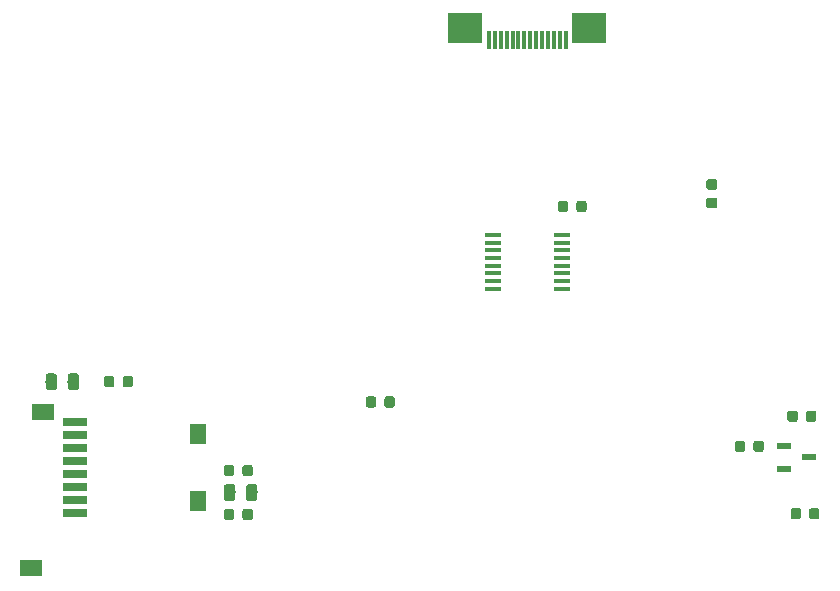
<source format=gbr>
G04 #@! TF.GenerationSoftware,KiCad,Pcbnew,(5.0.2)-1*
G04 #@! TF.CreationDate,2019-10-04T12:45:50+03:00*
G04 #@! TF.ProjectId,UI-Micro-SD,55492d4d-6963-4726-9f2d-53442e6b6963,rev?*
G04 #@! TF.SameCoordinates,Original*
G04 #@! TF.FileFunction,Paste,Top*
G04 #@! TF.FilePolarity,Positive*
%FSLAX46Y46*%
G04 Gerber Fmt 4.6, Leading zero omitted, Abs format (unit mm)*
G04 Created by KiCad (PCBNEW (5.0.2)-1) date 04.10.2019 12:45:50*
%MOMM*%
%LPD*%
G01*
G04 APERTURE LIST*
%ADD10C,0.100000*%
%ADD11C,0.875000*%
%ADD12C,0.975000*%
%ADD13R,1.475000X0.450000*%
%ADD14R,1.300000X0.600000*%
%ADD15R,3.000000X2.500000*%
%ADD16R,0.300000X1.600000*%
%ADD17R,1.400000X1.800000*%
%ADD18R,1.900000X1.450000*%
%ADD19R,2.000000X0.800000*%
G04 APERTURE END LIST*
D10*
G04 #@! TO.C,C1*
G36*
X142342831Y-138966973D02*
X142364066Y-138970123D01*
X142384890Y-138975339D01*
X142405102Y-138982571D01*
X142424508Y-138991750D01*
X142442921Y-139002786D01*
X142460164Y-139015574D01*
X142476070Y-139029990D01*
X142490486Y-139045896D01*
X142503274Y-139063139D01*
X142514310Y-139081552D01*
X142523489Y-139100958D01*
X142530721Y-139121170D01*
X142535937Y-139141994D01*
X142539087Y-139163229D01*
X142540140Y-139184670D01*
X142540140Y-139697170D01*
X142539087Y-139718611D01*
X142535937Y-139739846D01*
X142530721Y-139760670D01*
X142523489Y-139780882D01*
X142514310Y-139800288D01*
X142503274Y-139818701D01*
X142490486Y-139835944D01*
X142476070Y-139851850D01*
X142460164Y-139866266D01*
X142442921Y-139879054D01*
X142424508Y-139890090D01*
X142405102Y-139899269D01*
X142384890Y-139906501D01*
X142364066Y-139911717D01*
X142342831Y-139914867D01*
X142321390Y-139915920D01*
X141883890Y-139915920D01*
X141862449Y-139914867D01*
X141841214Y-139911717D01*
X141820390Y-139906501D01*
X141800178Y-139899269D01*
X141780772Y-139890090D01*
X141762359Y-139879054D01*
X141745116Y-139866266D01*
X141729210Y-139851850D01*
X141714794Y-139835944D01*
X141702006Y-139818701D01*
X141690970Y-139800288D01*
X141681791Y-139780882D01*
X141674559Y-139760670D01*
X141669343Y-139739846D01*
X141666193Y-139718611D01*
X141665140Y-139697170D01*
X141665140Y-139184670D01*
X141666193Y-139163229D01*
X141669343Y-139141994D01*
X141674559Y-139121170D01*
X141681791Y-139100958D01*
X141690970Y-139081552D01*
X141702006Y-139063139D01*
X141714794Y-139045896D01*
X141729210Y-139029990D01*
X141745116Y-139015574D01*
X141762359Y-139002786D01*
X141780772Y-138991750D01*
X141800178Y-138982571D01*
X141820390Y-138975339D01*
X141841214Y-138970123D01*
X141862449Y-138966973D01*
X141883890Y-138965920D01*
X142321390Y-138965920D01*
X142342831Y-138966973D01*
X142342831Y-138966973D01*
G37*
D11*
X142102640Y-139440920D03*
D10*
G36*
X143917831Y-138966973D02*
X143939066Y-138970123D01*
X143959890Y-138975339D01*
X143980102Y-138982571D01*
X143999508Y-138991750D01*
X144017921Y-139002786D01*
X144035164Y-139015574D01*
X144051070Y-139029990D01*
X144065486Y-139045896D01*
X144078274Y-139063139D01*
X144089310Y-139081552D01*
X144098489Y-139100958D01*
X144105721Y-139121170D01*
X144110937Y-139141994D01*
X144114087Y-139163229D01*
X144115140Y-139184670D01*
X144115140Y-139697170D01*
X144114087Y-139718611D01*
X144110937Y-139739846D01*
X144105721Y-139760670D01*
X144098489Y-139780882D01*
X144089310Y-139800288D01*
X144078274Y-139818701D01*
X144065486Y-139835944D01*
X144051070Y-139851850D01*
X144035164Y-139866266D01*
X144017921Y-139879054D01*
X143999508Y-139890090D01*
X143980102Y-139899269D01*
X143959890Y-139906501D01*
X143939066Y-139911717D01*
X143917831Y-139914867D01*
X143896390Y-139915920D01*
X143458890Y-139915920D01*
X143437449Y-139914867D01*
X143416214Y-139911717D01*
X143395390Y-139906501D01*
X143375178Y-139899269D01*
X143355772Y-139890090D01*
X143337359Y-139879054D01*
X143320116Y-139866266D01*
X143304210Y-139851850D01*
X143289794Y-139835944D01*
X143277006Y-139818701D01*
X143265970Y-139800288D01*
X143256791Y-139780882D01*
X143249559Y-139760670D01*
X143244343Y-139739846D01*
X143241193Y-139718611D01*
X143240140Y-139697170D01*
X143240140Y-139184670D01*
X143241193Y-139163229D01*
X143244343Y-139141994D01*
X143249559Y-139121170D01*
X143256791Y-139100958D01*
X143265970Y-139081552D01*
X143277006Y-139063139D01*
X143289794Y-139045896D01*
X143304210Y-139029990D01*
X143320116Y-139015574D01*
X143337359Y-139002786D01*
X143355772Y-138991750D01*
X143375178Y-138982571D01*
X143395390Y-138975339D01*
X143416214Y-138970123D01*
X143437449Y-138966973D01*
X143458890Y-138965920D01*
X143896390Y-138965920D01*
X143917831Y-138966973D01*
X143917831Y-138966973D01*
G37*
D11*
X143677640Y-139440920D03*
G04 #@! TD*
D10*
G04 #@! TO.C,C2*
G36*
X94437902Y-136948854D02*
X94461563Y-136952364D01*
X94484767Y-136958176D01*
X94507289Y-136966234D01*
X94528913Y-136976462D01*
X94549430Y-136988759D01*
X94568643Y-137003009D01*
X94586367Y-137019073D01*
X94602431Y-137036797D01*
X94616681Y-137056010D01*
X94628978Y-137076527D01*
X94639206Y-137098151D01*
X94647264Y-137120673D01*
X94653076Y-137143877D01*
X94656586Y-137167538D01*
X94657760Y-137191430D01*
X94657760Y-138103930D01*
X94656586Y-138127822D01*
X94653076Y-138151483D01*
X94647264Y-138174687D01*
X94639206Y-138197209D01*
X94628978Y-138218833D01*
X94616681Y-138239350D01*
X94602431Y-138258563D01*
X94586367Y-138276287D01*
X94568643Y-138292351D01*
X94549430Y-138306601D01*
X94528913Y-138318898D01*
X94507289Y-138329126D01*
X94484767Y-138337184D01*
X94461563Y-138342996D01*
X94437902Y-138346506D01*
X94414010Y-138347680D01*
X93926510Y-138347680D01*
X93902618Y-138346506D01*
X93878957Y-138342996D01*
X93855753Y-138337184D01*
X93833231Y-138329126D01*
X93811607Y-138318898D01*
X93791090Y-138306601D01*
X93771877Y-138292351D01*
X93754153Y-138276287D01*
X93738089Y-138258563D01*
X93723839Y-138239350D01*
X93711542Y-138218833D01*
X93701314Y-138197209D01*
X93693256Y-138174687D01*
X93687444Y-138151483D01*
X93683934Y-138127822D01*
X93682760Y-138103930D01*
X93682760Y-137191430D01*
X93683934Y-137167538D01*
X93687444Y-137143877D01*
X93693256Y-137120673D01*
X93701314Y-137098151D01*
X93711542Y-137076527D01*
X93723839Y-137056010D01*
X93738089Y-137036797D01*
X93754153Y-137019073D01*
X93771877Y-137003009D01*
X93791090Y-136988759D01*
X93811607Y-136976462D01*
X93833231Y-136966234D01*
X93855753Y-136958176D01*
X93878957Y-136952364D01*
X93902618Y-136948854D01*
X93926510Y-136947680D01*
X94414010Y-136947680D01*
X94437902Y-136948854D01*
X94437902Y-136948854D01*
G37*
D12*
X94170260Y-137647680D03*
D10*
G36*
X96312902Y-136948854D02*
X96336563Y-136952364D01*
X96359767Y-136958176D01*
X96382289Y-136966234D01*
X96403913Y-136976462D01*
X96424430Y-136988759D01*
X96443643Y-137003009D01*
X96461367Y-137019073D01*
X96477431Y-137036797D01*
X96491681Y-137056010D01*
X96503978Y-137076527D01*
X96514206Y-137098151D01*
X96522264Y-137120673D01*
X96528076Y-137143877D01*
X96531586Y-137167538D01*
X96532760Y-137191430D01*
X96532760Y-138103930D01*
X96531586Y-138127822D01*
X96528076Y-138151483D01*
X96522264Y-138174687D01*
X96514206Y-138197209D01*
X96503978Y-138218833D01*
X96491681Y-138239350D01*
X96477431Y-138258563D01*
X96461367Y-138276287D01*
X96443643Y-138292351D01*
X96424430Y-138306601D01*
X96403913Y-138318898D01*
X96382289Y-138329126D01*
X96359767Y-138337184D01*
X96336563Y-138342996D01*
X96312902Y-138346506D01*
X96289010Y-138347680D01*
X95801510Y-138347680D01*
X95777618Y-138346506D01*
X95753957Y-138342996D01*
X95730753Y-138337184D01*
X95708231Y-138329126D01*
X95686607Y-138318898D01*
X95666090Y-138306601D01*
X95646877Y-138292351D01*
X95629153Y-138276287D01*
X95613089Y-138258563D01*
X95598839Y-138239350D01*
X95586542Y-138218833D01*
X95576314Y-138197209D01*
X95568256Y-138174687D01*
X95562444Y-138151483D01*
X95558934Y-138127822D01*
X95557760Y-138103930D01*
X95557760Y-137191430D01*
X95558934Y-137167538D01*
X95562444Y-137143877D01*
X95568256Y-137120673D01*
X95576314Y-137098151D01*
X95586542Y-137076527D01*
X95598839Y-137056010D01*
X95613089Y-137036797D01*
X95629153Y-137019073D01*
X95646877Y-137003009D01*
X95666090Y-136988759D01*
X95686607Y-136976462D01*
X95708231Y-136966234D01*
X95730753Y-136958176D01*
X95753957Y-136952364D01*
X95777618Y-136948854D01*
X95801510Y-136947680D01*
X96289010Y-136947680D01*
X96312902Y-136948854D01*
X96312902Y-136948854D01*
G37*
D12*
X96045260Y-137647680D03*
G04 #@! TD*
D10*
G04 #@! TO.C,C3*
G36*
X124207531Y-112942133D02*
X124228766Y-112945283D01*
X124249590Y-112950499D01*
X124269802Y-112957731D01*
X124289208Y-112966910D01*
X124307621Y-112977946D01*
X124324864Y-112990734D01*
X124340770Y-113005150D01*
X124355186Y-113021056D01*
X124367974Y-113038299D01*
X124379010Y-113056712D01*
X124388189Y-113076118D01*
X124395421Y-113096330D01*
X124400637Y-113117154D01*
X124403787Y-113138389D01*
X124404840Y-113159830D01*
X124404840Y-113672330D01*
X124403787Y-113693771D01*
X124400637Y-113715006D01*
X124395421Y-113735830D01*
X124388189Y-113756042D01*
X124379010Y-113775448D01*
X124367974Y-113793861D01*
X124355186Y-113811104D01*
X124340770Y-113827010D01*
X124324864Y-113841426D01*
X124307621Y-113854214D01*
X124289208Y-113865250D01*
X124269802Y-113874429D01*
X124249590Y-113881661D01*
X124228766Y-113886877D01*
X124207531Y-113890027D01*
X124186090Y-113891080D01*
X123748590Y-113891080D01*
X123727149Y-113890027D01*
X123705914Y-113886877D01*
X123685090Y-113881661D01*
X123664878Y-113874429D01*
X123645472Y-113865250D01*
X123627059Y-113854214D01*
X123609816Y-113841426D01*
X123593910Y-113827010D01*
X123579494Y-113811104D01*
X123566706Y-113793861D01*
X123555670Y-113775448D01*
X123546491Y-113756042D01*
X123539259Y-113735830D01*
X123534043Y-113715006D01*
X123530893Y-113693771D01*
X123529840Y-113672330D01*
X123529840Y-113159830D01*
X123530893Y-113138389D01*
X123534043Y-113117154D01*
X123539259Y-113096330D01*
X123546491Y-113076118D01*
X123555670Y-113056712D01*
X123566706Y-113038299D01*
X123579494Y-113021056D01*
X123593910Y-113005150D01*
X123609816Y-112990734D01*
X123627059Y-112977946D01*
X123645472Y-112966910D01*
X123664878Y-112957731D01*
X123685090Y-112950499D01*
X123705914Y-112945283D01*
X123727149Y-112942133D01*
X123748590Y-112941080D01*
X124186090Y-112941080D01*
X124207531Y-112942133D01*
X124207531Y-112942133D01*
G37*
D11*
X123967340Y-113416080D03*
D10*
G36*
X122632531Y-112942133D02*
X122653766Y-112945283D01*
X122674590Y-112950499D01*
X122694802Y-112957731D01*
X122714208Y-112966910D01*
X122732621Y-112977946D01*
X122749864Y-112990734D01*
X122765770Y-113005150D01*
X122780186Y-113021056D01*
X122792974Y-113038299D01*
X122804010Y-113056712D01*
X122813189Y-113076118D01*
X122820421Y-113096330D01*
X122825637Y-113117154D01*
X122828787Y-113138389D01*
X122829840Y-113159830D01*
X122829840Y-113672330D01*
X122828787Y-113693771D01*
X122825637Y-113715006D01*
X122820421Y-113735830D01*
X122813189Y-113756042D01*
X122804010Y-113775448D01*
X122792974Y-113793861D01*
X122780186Y-113811104D01*
X122765770Y-113827010D01*
X122749864Y-113841426D01*
X122732621Y-113854214D01*
X122714208Y-113865250D01*
X122694802Y-113874429D01*
X122674590Y-113881661D01*
X122653766Y-113886877D01*
X122632531Y-113890027D01*
X122611090Y-113891080D01*
X122173590Y-113891080D01*
X122152149Y-113890027D01*
X122130914Y-113886877D01*
X122110090Y-113881661D01*
X122089878Y-113874429D01*
X122070472Y-113865250D01*
X122052059Y-113854214D01*
X122034816Y-113841426D01*
X122018910Y-113827010D01*
X122004494Y-113811104D01*
X121991706Y-113793861D01*
X121980670Y-113775448D01*
X121971491Y-113756042D01*
X121964259Y-113735830D01*
X121959043Y-113715006D01*
X121955893Y-113693771D01*
X121954840Y-113672330D01*
X121954840Y-113159830D01*
X121955893Y-113138389D01*
X121959043Y-113117154D01*
X121964259Y-113096330D01*
X121971491Y-113076118D01*
X121980670Y-113056712D01*
X121991706Y-113038299D01*
X122004494Y-113021056D01*
X122018910Y-113005150D01*
X122034816Y-112990734D01*
X122052059Y-112977946D01*
X122070472Y-112966910D01*
X122089878Y-112957731D01*
X122110090Y-112950499D01*
X122130914Y-112945283D01*
X122152149Y-112942133D01*
X122173590Y-112941080D01*
X122611090Y-112941080D01*
X122632531Y-112942133D01*
X122632531Y-112942133D01*
G37*
D11*
X122392340Y-113416080D03*
G04 #@! TD*
D10*
G04 #@! TO.C,DS1*
G36*
X81215142Y-127571174D02*
X81238803Y-127574684D01*
X81262007Y-127580496D01*
X81284529Y-127588554D01*
X81306153Y-127598782D01*
X81326670Y-127611079D01*
X81345883Y-127625329D01*
X81363607Y-127641393D01*
X81379671Y-127659117D01*
X81393921Y-127678330D01*
X81406218Y-127698847D01*
X81416446Y-127720471D01*
X81424504Y-127742993D01*
X81430316Y-127766197D01*
X81433826Y-127789858D01*
X81435000Y-127813750D01*
X81435000Y-128726250D01*
X81433826Y-128750142D01*
X81430316Y-128773803D01*
X81424504Y-128797007D01*
X81416446Y-128819529D01*
X81406218Y-128841153D01*
X81393921Y-128861670D01*
X81379671Y-128880883D01*
X81363607Y-128898607D01*
X81345883Y-128914671D01*
X81326670Y-128928921D01*
X81306153Y-128941218D01*
X81284529Y-128951446D01*
X81262007Y-128959504D01*
X81238803Y-128965316D01*
X81215142Y-128968826D01*
X81191250Y-128970000D01*
X80703750Y-128970000D01*
X80679858Y-128968826D01*
X80656197Y-128965316D01*
X80632993Y-128959504D01*
X80610471Y-128951446D01*
X80588847Y-128941218D01*
X80568330Y-128928921D01*
X80549117Y-128914671D01*
X80531393Y-128898607D01*
X80515329Y-128880883D01*
X80501079Y-128861670D01*
X80488782Y-128841153D01*
X80478554Y-128819529D01*
X80470496Y-128797007D01*
X80464684Y-128773803D01*
X80461174Y-128750142D01*
X80460000Y-128726250D01*
X80460000Y-127813750D01*
X80461174Y-127789858D01*
X80464684Y-127766197D01*
X80470496Y-127742993D01*
X80478554Y-127720471D01*
X80488782Y-127698847D01*
X80501079Y-127678330D01*
X80515329Y-127659117D01*
X80531393Y-127641393D01*
X80549117Y-127625329D01*
X80568330Y-127611079D01*
X80588847Y-127598782D01*
X80610471Y-127588554D01*
X80632993Y-127580496D01*
X80656197Y-127574684D01*
X80679858Y-127571174D01*
X80703750Y-127570000D01*
X81191250Y-127570000D01*
X81215142Y-127571174D01*
X81215142Y-127571174D01*
G37*
D12*
X80947500Y-128270000D03*
D10*
G36*
X79340142Y-127571174D02*
X79363803Y-127574684D01*
X79387007Y-127580496D01*
X79409529Y-127588554D01*
X79431153Y-127598782D01*
X79451670Y-127611079D01*
X79470883Y-127625329D01*
X79488607Y-127641393D01*
X79504671Y-127659117D01*
X79518921Y-127678330D01*
X79531218Y-127698847D01*
X79541446Y-127720471D01*
X79549504Y-127742993D01*
X79555316Y-127766197D01*
X79558826Y-127789858D01*
X79560000Y-127813750D01*
X79560000Y-128726250D01*
X79558826Y-128750142D01*
X79555316Y-128773803D01*
X79549504Y-128797007D01*
X79541446Y-128819529D01*
X79531218Y-128841153D01*
X79518921Y-128861670D01*
X79504671Y-128880883D01*
X79488607Y-128898607D01*
X79470883Y-128914671D01*
X79451670Y-128928921D01*
X79431153Y-128941218D01*
X79409529Y-128951446D01*
X79387007Y-128959504D01*
X79363803Y-128965316D01*
X79340142Y-128968826D01*
X79316250Y-128970000D01*
X78828750Y-128970000D01*
X78804858Y-128968826D01*
X78781197Y-128965316D01*
X78757993Y-128959504D01*
X78735471Y-128951446D01*
X78713847Y-128941218D01*
X78693330Y-128928921D01*
X78674117Y-128914671D01*
X78656393Y-128898607D01*
X78640329Y-128880883D01*
X78626079Y-128861670D01*
X78613782Y-128841153D01*
X78603554Y-128819529D01*
X78595496Y-128797007D01*
X78589684Y-128773803D01*
X78586174Y-128750142D01*
X78585000Y-128726250D01*
X78585000Y-127813750D01*
X78586174Y-127789858D01*
X78589684Y-127766197D01*
X78595496Y-127742993D01*
X78603554Y-127720471D01*
X78613782Y-127698847D01*
X78626079Y-127678330D01*
X78640329Y-127659117D01*
X78656393Y-127641393D01*
X78674117Y-127625329D01*
X78693330Y-127611079D01*
X78713847Y-127598782D01*
X78735471Y-127588554D01*
X78757993Y-127580496D01*
X78781197Y-127574684D01*
X78804858Y-127571174D01*
X78828750Y-127570000D01*
X79316250Y-127570000D01*
X79340142Y-127571174D01*
X79340142Y-127571174D01*
G37*
D12*
X79072500Y-128270000D03*
G04 #@! TD*
D13*
G04 #@! TO.C,IC1*
X116473750Y-115834000D03*
X116473750Y-116484000D03*
X116473750Y-117134000D03*
X116473750Y-117784000D03*
X116473750Y-118434000D03*
X116473750Y-119084000D03*
X116473750Y-119734000D03*
X116473750Y-120384000D03*
X122349750Y-120384000D03*
X122349750Y-119734000D03*
X122349750Y-119084000D03*
X122349750Y-118434000D03*
X122349750Y-117784000D03*
X122349750Y-117134000D03*
X122349750Y-116484000D03*
X122349750Y-115834000D03*
G04 #@! TD*
D14*
G04 #@! TO.C,Q1*
X143226500Y-134683500D03*
X141126500Y-135633500D03*
X141126500Y-133733500D03*
G04 #@! TD*
D10*
G04 #@! TO.C,R1*
G36*
X107961691Y-129510553D02*
X107982926Y-129513703D01*
X108003750Y-129518919D01*
X108023962Y-129526151D01*
X108043368Y-129535330D01*
X108061781Y-129546366D01*
X108079024Y-129559154D01*
X108094930Y-129573570D01*
X108109346Y-129589476D01*
X108122134Y-129606719D01*
X108133170Y-129625132D01*
X108142349Y-129644538D01*
X108149581Y-129664750D01*
X108154797Y-129685574D01*
X108157947Y-129706809D01*
X108159000Y-129728250D01*
X108159000Y-130240750D01*
X108157947Y-130262191D01*
X108154797Y-130283426D01*
X108149581Y-130304250D01*
X108142349Y-130324462D01*
X108133170Y-130343868D01*
X108122134Y-130362281D01*
X108109346Y-130379524D01*
X108094930Y-130395430D01*
X108079024Y-130409846D01*
X108061781Y-130422634D01*
X108043368Y-130433670D01*
X108023962Y-130442849D01*
X108003750Y-130450081D01*
X107982926Y-130455297D01*
X107961691Y-130458447D01*
X107940250Y-130459500D01*
X107502750Y-130459500D01*
X107481309Y-130458447D01*
X107460074Y-130455297D01*
X107439250Y-130450081D01*
X107419038Y-130442849D01*
X107399632Y-130433670D01*
X107381219Y-130422634D01*
X107363976Y-130409846D01*
X107348070Y-130395430D01*
X107333654Y-130379524D01*
X107320866Y-130362281D01*
X107309830Y-130343868D01*
X107300651Y-130324462D01*
X107293419Y-130304250D01*
X107288203Y-130283426D01*
X107285053Y-130262191D01*
X107284000Y-130240750D01*
X107284000Y-129728250D01*
X107285053Y-129706809D01*
X107288203Y-129685574D01*
X107293419Y-129664750D01*
X107300651Y-129644538D01*
X107309830Y-129625132D01*
X107320866Y-129606719D01*
X107333654Y-129589476D01*
X107348070Y-129573570D01*
X107363976Y-129559154D01*
X107381219Y-129546366D01*
X107399632Y-129535330D01*
X107419038Y-129526151D01*
X107439250Y-129518919D01*
X107460074Y-129513703D01*
X107481309Y-129510553D01*
X107502750Y-129509500D01*
X107940250Y-129509500D01*
X107961691Y-129510553D01*
X107961691Y-129510553D01*
G37*
D11*
X107721500Y-129984500D03*
D10*
G36*
X106386691Y-129510553D02*
X106407926Y-129513703D01*
X106428750Y-129518919D01*
X106448962Y-129526151D01*
X106468368Y-129535330D01*
X106486781Y-129546366D01*
X106504024Y-129559154D01*
X106519930Y-129573570D01*
X106534346Y-129589476D01*
X106547134Y-129606719D01*
X106558170Y-129625132D01*
X106567349Y-129644538D01*
X106574581Y-129664750D01*
X106579797Y-129685574D01*
X106582947Y-129706809D01*
X106584000Y-129728250D01*
X106584000Y-130240750D01*
X106582947Y-130262191D01*
X106579797Y-130283426D01*
X106574581Y-130304250D01*
X106567349Y-130324462D01*
X106558170Y-130343868D01*
X106547134Y-130362281D01*
X106534346Y-130379524D01*
X106519930Y-130395430D01*
X106504024Y-130409846D01*
X106486781Y-130422634D01*
X106468368Y-130433670D01*
X106448962Y-130442849D01*
X106428750Y-130450081D01*
X106407926Y-130455297D01*
X106386691Y-130458447D01*
X106365250Y-130459500D01*
X105927750Y-130459500D01*
X105906309Y-130458447D01*
X105885074Y-130455297D01*
X105864250Y-130450081D01*
X105844038Y-130442849D01*
X105824632Y-130433670D01*
X105806219Y-130422634D01*
X105788976Y-130409846D01*
X105773070Y-130395430D01*
X105758654Y-130379524D01*
X105745866Y-130362281D01*
X105734830Y-130343868D01*
X105725651Y-130324462D01*
X105718419Y-130304250D01*
X105713203Y-130283426D01*
X105710053Y-130262191D01*
X105709000Y-130240750D01*
X105709000Y-129728250D01*
X105710053Y-129706809D01*
X105713203Y-129685574D01*
X105718419Y-129664750D01*
X105725651Y-129644538D01*
X105734830Y-129625132D01*
X105745866Y-129606719D01*
X105758654Y-129589476D01*
X105773070Y-129573570D01*
X105788976Y-129559154D01*
X105806219Y-129546366D01*
X105824632Y-129535330D01*
X105844038Y-129526151D01*
X105864250Y-129518919D01*
X105885074Y-129513703D01*
X105906309Y-129510553D01*
X105927750Y-129509500D01*
X106365250Y-129509500D01*
X106386691Y-129510553D01*
X106386691Y-129510553D01*
G37*
D11*
X106146500Y-129984500D03*
G04 #@! TD*
D10*
G04 #@! TO.C,R2*
G36*
X94360451Y-135314453D02*
X94381686Y-135317603D01*
X94402510Y-135322819D01*
X94422722Y-135330051D01*
X94442128Y-135339230D01*
X94460541Y-135350266D01*
X94477784Y-135363054D01*
X94493690Y-135377470D01*
X94508106Y-135393376D01*
X94520894Y-135410619D01*
X94531930Y-135429032D01*
X94541109Y-135448438D01*
X94548341Y-135468650D01*
X94553557Y-135489474D01*
X94556707Y-135510709D01*
X94557760Y-135532150D01*
X94557760Y-136044650D01*
X94556707Y-136066091D01*
X94553557Y-136087326D01*
X94548341Y-136108150D01*
X94541109Y-136128362D01*
X94531930Y-136147768D01*
X94520894Y-136166181D01*
X94508106Y-136183424D01*
X94493690Y-136199330D01*
X94477784Y-136213746D01*
X94460541Y-136226534D01*
X94442128Y-136237570D01*
X94422722Y-136246749D01*
X94402510Y-136253981D01*
X94381686Y-136259197D01*
X94360451Y-136262347D01*
X94339010Y-136263400D01*
X93901510Y-136263400D01*
X93880069Y-136262347D01*
X93858834Y-136259197D01*
X93838010Y-136253981D01*
X93817798Y-136246749D01*
X93798392Y-136237570D01*
X93779979Y-136226534D01*
X93762736Y-136213746D01*
X93746830Y-136199330D01*
X93732414Y-136183424D01*
X93719626Y-136166181D01*
X93708590Y-136147768D01*
X93699411Y-136128362D01*
X93692179Y-136108150D01*
X93686963Y-136087326D01*
X93683813Y-136066091D01*
X93682760Y-136044650D01*
X93682760Y-135532150D01*
X93683813Y-135510709D01*
X93686963Y-135489474D01*
X93692179Y-135468650D01*
X93699411Y-135448438D01*
X93708590Y-135429032D01*
X93719626Y-135410619D01*
X93732414Y-135393376D01*
X93746830Y-135377470D01*
X93762736Y-135363054D01*
X93779979Y-135350266D01*
X93798392Y-135339230D01*
X93817798Y-135330051D01*
X93838010Y-135322819D01*
X93858834Y-135317603D01*
X93880069Y-135314453D01*
X93901510Y-135313400D01*
X94339010Y-135313400D01*
X94360451Y-135314453D01*
X94360451Y-135314453D01*
G37*
D11*
X94120260Y-135788400D03*
D10*
G36*
X95935451Y-135314453D02*
X95956686Y-135317603D01*
X95977510Y-135322819D01*
X95997722Y-135330051D01*
X96017128Y-135339230D01*
X96035541Y-135350266D01*
X96052784Y-135363054D01*
X96068690Y-135377470D01*
X96083106Y-135393376D01*
X96095894Y-135410619D01*
X96106930Y-135429032D01*
X96116109Y-135448438D01*
X96123341Y-135468650D01*
X96128557Y-135489474D01*
X96131707Y-135510709D01*
X96132760Y-135532150D01*
X96132760Y-136044650D01*
X96131707Y-136066091D01*
X96128557Y-136087326D01*
X96123341Y-136108150D01*
X96116109Y-136128362D01*
X96106930Y-136147768D01*
X96095894Y-136166181D01*
X96083106Y-136183424D01*
X96068690Y-136199330D01*
X96052784Y-136213746D01*
X96035541Y-136226534D01*
X96017128Y-136237570D01*
X95997722Y-136246749D01*
X95977510Y-136253981D01*
X95956686Y-136259197D01*
X95935451Y-136262347D01*
X95914010Y-136263400D01*
X95476510Y-136263400D01*
X95455069Y-136262347D01*
X95433834Y-136259197D01*
X95413010Y-136253981D01*
X95392798Y-136246749D01*
X95373392Y-136237570D01*
X95354979Y-136226534D01*
X95337736Y-136213746D01*
X95321830Y-136199330D01*
X95307414Y-136183424D01*
X95294626Y-136166181D01*
X95283590Y-136147768D01*
X95274411Y-136128362D01*
X95267179Y-136108150D01*
X95261963Y-136087326D01*
X95258813Y-136066091D01*
X95257760Y-136044650D01*
X95257760Y-135532150D01*
X95258813Y-135510709D01*
X95261963Y-135489474D01*
X95267179Y-135468650D01*
X95274411Y-135448438D01*
X95283590Y-135429032D01*
X95294626Y-135410619D01*
X95307414Y-135393376D01*
X95321830Y-135377470D01*
X95337736Y-135363054D01*
X95354979Y-135350266D01*
X95373392Y-135339230D01*
X95392798Y-135330051D01*
X95413010Y-135322819D01*
X95433834Y-135317603D01*
X95455069Y-135314453D01*
X95476510Y-135313400D01*
X95914010Y-135313400D01*
X95935451Y-135314453D01*
X95935451Y-135314453D01*
G37*
D11*
X95695260Y-135788400D03*
G04 #@! TD*
D10*
G04 #@! TO.C,R3*
G36*
X95935451Y-139033013D02*
X95956686Y-139036163D01*
X95977510Y-139041379D01*
X95997722Y-139048611D01*
X96017128Y-139057790D01*
X96035541Y-139068826D01*
X96052784Y-139081614D01*
X96068690Y-139096030D01*
X96083106Y-139111936D01*
X96095894Y-139129179D01*
X96106930Y-139147592D01*
X96116109Y-139166998D01*
X96123341Y-139187210D01*
X96128557Y-139208034D01*
X96131707Y-139229269D01*
X96132760Y-139250710D01*
X96132760Y-139763210D01*
X96131707Y-139784651D01*
X96128557Y-139805886D01*
X96123341Y-139826710D01*
X96116109Y-139846922D01*
X96106930Y-139866328D01*
X96095894Y-139884741D01*
X96083106Y-139901984D01*
X96068690Y-139917890D01*
X96052784Y-139932306D01*
X96035541Y-139945094D01*
X96017128Y-139956130D01*
X95997722Y-139965309D01*
X95977510Y-139972541D01*
X95956686Y-139977757D01*
X95935451Y-139980907D01*
X95914010Y-139981960D01*
X95476510Y-139981960D01*
X95455069Y-139980907D01*
X95433834Y-139977757D01*
X95413010Y-139972541D01*
X95392798Y-139965309D01*
X95373392Y-139956130D01*
X95354979Y-139945094D01*
X95337736Y-139932306D01*
X95321830Y-139917890D01*
X95307414Y-139901984D01*
X95294626Y-139884741D01*
X95283590Y-139866328D01*
X95274411Y-139846922D01*
X95267179Y-139826710D01*
X95261963Y-139805886D01*
X95258813Y-139784651D01*
X95257760Y-139763210D01*
X95257760Y-139250710D01*
X95258813Y-139229269D01*
X95261963Y-139208034D01*
X95267179Y-139187210D01*
X95274411Y-139166998D01*
X95283590Y-139147592D01*
X95294626Y-139129179D01*
X95307414Y-139111936D01*
X95321830Y-139096030D01*
X95337736Y-139081614D01*
X95354979Y-139068826D01*
X95373392Y-139057790D01*
X95392798Y-139048611D01*
X95413010Y-139041379D01*
X95433834Y-139036163D01*
X95455069Y-139033013D01*
X95476510Y-139031960D01*
X95914010Y-139031960D01*
X95935451Y-139033013D01*
X95935451Y-139033013D01*
G37*
D11*
X95695260Y-139506960D03*
D10*
G36*
X94360451Y-139033013D02*
X94381686Y-139036163D01*
X94402510Y-139041379D01*
X94422722Y-139048611D01*
X94442128Y-139057790D01*
X94460541Y-139068826D01*
X94477784Y-139081614D01*
X94493690Y-139096030D01*
X94508106Y-139111936D01*
X94520894Y-139129179D01*
X94531930Y-139147592D01*
X94541109Y-139166998D01*
X94548341Y-139187210D01*
X94553557Y-139208034D01*
X94556707Y-139229269D01*
X94557760Y-139250710D01*
X94557760Y-139763210D01*
X94556707Y-139784651D01*
X94553557Y-139805886D01*
X94548341Y-139826710D01*
X94541109Y-139846922D01*
X94531930Y-139866328D01*
X94520894Y-139884741D01*
X94508106Y-139901984D01*
X94493690Y-139917890D01*
X94477784Y-139932306D01*
X94460541Y-139945094D01*
X94442128Y-139956130D01*
X94422722Y-139965309D01*
X94402510Y-139972541D01*
X94381686Y-139977757D01*
X94360451Y-139980907D01*
X94339010Y-139981960D01*
X93901510Y-139981960D01*
X93880069Y-139980907D01*
X93858834Y-139977757D01*
X93838010Y-139972541D01*
X93817798Y-139965309D01*
X93798392Y-139956130D01*
X93779979Y-139945094D01*
X93762736Y-139932306D01*
X93746830Y-139917890D01*
X93732414Y-139901984D01*
X93719626Y-139884741D01*
X93708590Y-139866328D01*
X93699411Y-139846922D01*
X93692179Y-139826710D01*
X93686963Y-139805886D01*
X93683813Y-139784651D01*
X93682760Y-139763210D01*
X93682760Y-139250710D01*
X93683813Y-139229269D01*
X93686963Y-139208034D01*
X93692179Y-139187210D01*
X93699411Y-139166998D01*
X93708590Y-139147592D01*
X93719626Y-139129179D01*
X93732414Y-139111936D01*
X93746830Y-139096030D01*
X93762736Y-139081614D01*
X93779979Y-139068826D01*
X93798392Y-139057790D01*
X93817798Y-139048611D01*
X93838010Y-139041379D01*
X93858834Y-139036163D01*
X93880069Y-139033013D01*
X93901510Y-139031960D01*
X94339010Y-139031960D01*
X94360451Y-139033013D01*
X94360451Y-139033013D01*
G37*
D11*
X94120260Y-139506960D03*
G04 #@! TD*
D10*
G04 #@! TO.C,R4*
G36*
X84225191Y-127796053D02*
X84246426Y-127799203D01*
X84267250Y-127804419D01*
X84287462Y-127811651D01*
X84306868Y-127820830D01*
X84325281Y-127831866D01*
X84342524Y-127844654D01*
X84358430Y-127859070D01*
X84372846Y-127874976D01*
X84385634Y-127892219D01*
X84396670Y-127910632D01*
X84405849Y-127930038D01*
X84413081Y-127950250D01*
X84418297Y-127971074D01*
X84421447Y-127992309D01*
X84422500Y-128013750D01*
X84422500Y-128526250D01*
X84421447Y-128547691D01*
X84418297Y-128568926D01*
X84413081Y-128589750D01*
X84405849Y-128609962D01*
X84396670Y-128629368D01*
X84385634Y-128647781D01*
X84372846Y-128665024D01*
X84358430Y-128680930D01*
X84342524Y-128695346D01*
X84325281Y-128708134D01*
X84306868Y-128719170D01*
X84287462Y-128728349D01*
X84267250Y-128735581D01*
X84246426Y-128740797D01*
X84225191Y-128743947D01*
X84203750Y-128745000D01*
X83766250Y-128745000D01*
X83744809Y-128743947D01*
X83723574Y-128740797D01*
X83702750Y-128735581D01*
X83682538Y-128728349D01*
X83663132Y-128719170D01*
X83644719Y-128708134D01*
X83627476Y-128695346D01*
X83611570Y-128680930D01*
X83597154Y-128665024D01*
X83584366Y-128647781D01*
X83573330Y-128629368D01*
X83564151Y-128609962D01*
X83556919Y-128589750D01*
X83551703Y-128568926D01*
X83548553Y-128547691D01*
X83547500Y-128526250D01*
X83547500Y-128013750D01*
X83548553Y-127992309D01*
X83551703Y-127971074D01*
X83556919Y-127950250D01*
X83564151Y-127930038D01*
X83573330Y-127910632D01*
X83584366Y-127892219D01*
X83597154Y-127874976D01*
X83611570Y-127859070D01*
X83627476Y-127844654D01*
X83644719Y-127831866D01*
X83663132Y-127820830D01*
X83682538Y-127811651D01*
X83702750Y-127804419D01*
X83723574Y-127799203D01*
X83744809Y-127796053D01*
X83766250Y-127795000D01*
X84203750Y-127795000D01*
X84225191Y-127796053D01*
X84225191Y-127796053D01*
G37*
D11*
X83985000Y-128270000D03*
D10*
G36*
X85800191Y-127796053D02*
X85821426Y-127799203D01*
X85842250Y-127804419D01*
X85862462Y-127811651D01*
X85881868Y-127820830D01*
X85900281Y-127831866D01*
X85917524Y-127844654D01*
X85933430Y-127859070D01*
X85947846Y-127874976D01*
X85960634Y-127892219D01*
X85971670Y-127910632D01*
X85980849Y-127930038D01*
X85988081Y-127950250D01*
X85993297Y-127971074D01*
X85996447Y-127992309D01*
X85997500Y-128013750D01*
X85997500Y-128526250D01*
X85996447Y-128547691D01*
X85993297Y-128568926D01*
X85988081Y-128589750D01*
X85980849Y-128609962D01*
X85971670Y-128629368D01*
X85960634Y-128647781D01*
X85947846Y-128665024D01*
X85933430Y-128680930D01*
X85917524Y-128695346D01*
X85900281Y-128708134D01*
X85881868Y-128719170D01*
X85862462Y-128728349D01*
X85842250Y-128735581D01*
X85821426Y-128740797D01*
X85800191Y-128743947D01*
X85778750Y-128745000D01*
X85341250Y-128745000D01*
X85319809Y-128743947D01*
X85298574Y-128740797D01*
X85277750Y-128735581D01*
X85257538Y-128728349D01*
X85238132Y-128719170D01*
X85219719Y-128708134D01*
X85202476Y-128695346D01*
X85186570Y-128680930D01*
X85172154Y-128665024D01*
X85159366Y-128647781D01*
X85148330Y-128629368D01*
X85139151Y-128609962D01*
X85131919Y-128589750D01*
X85126703Y-128568926D01*
X85123553Y-128547691D01*
X85122500Y-128526250D01*
X85122500Y-128013750D01*
X85123553Y-127992309D01*
X85126703Y-127971074D01*
X85131919Y-127950250D01*
X85139151Y-127930038D01*
X85148330Y-127910632D01*
X85159366Y-127892219D01*
X85172154Y-127874976D01*
X85186570Y-127859070D01*
X85202476Y-127844654D01*
X85219719Y-127831866D01*
X85238132Y-127820830D01*
X85257538Y-127811651D01*
X85277750Y-127804419D01*
X85298574Y-127799203D01*
X85319809Y-127796053D01*
X85341250Y-127795000D01*
X85778750Y-127795000D01*
X85800191Y-127796053D01*
X85800191Y-127796053D01*
G37*
D11*
X85560000Y-128270000D03*
G04 #@! TD*
D10*
G04 #@! TO.C,R5*
G36*
X143648691Y-130717053D02*
X143669926Y-130720203D01*
X143690750Y-130725419D01*
X143710962Y-130732651D01*
X143730368Y-130741830D01*
X143748781Y-130752866D01*
X143766024Y-130765654D01*
X143781930Y-130780070D01*
X143796346Y-130795976D01*
X143809134Y-130813219D01*
X143820170Y-130831632D01*
X143829349Y-130851038D01*
X143836581Y-130871250D01*
X143841797Y-130892074D01*
X143844947Y-130913309D01*
X143846000Y-130934750D01*
X143846000Y-131447250D01*
X143844947Y-131468691D01*
X143841797Y-131489926D01*
X143836581Y-131510750D01*
X143829349Y-131530962D01*
X143820170Y-131550368D01*
X143809134Y-131568781D01*
X143796346Y-131586024D01*
X143781930Y-131601930D01*
X143766024Y-131616346D01*
X143748781Y-131629134D01*
X143730368Y-131640170D01*
X143710962Y-131649349D01*
X143690750Y-131656581D01*
X143669926Y-131661797D01*
X143648691Y-131664947D01*
X143627250Y-131666000D01*
X143189750Y-131666000D01*
X143168309Y-131664947D01*
X143147074Y-131661797D01*
X143126250Y-131656581D01*
X143106038Y-131649349D01*
X143086632Y-131640170D01*
X143068219Y-131629134D01*
X143050976Y-131616346D01*
X143035070Y-131601930D01*
X143020654Y-131586024D01*
X143007866Y-131568781D01*
X142996830Y-131550368D01*
X142987651Y-131530962D01*
X142980419Y-131510750D01*
X142975203Y-131489926D01*
X142972053Y-131468691D01*
X142971000Y-131447250D01*
X142971000Y-130934750D01*
X142972053Y-130913309D01*
X142975203Y-130892074D01*
X142980419Y-130871250D01*
X142987651Y-130851038D01*
X142996830Y-130831632D01*
X143007866Y-130813219D01*
X143020654Y-130795976D01*
X143035070Y-130780070D01*
X143050976Y-130765654D01*
X143068219Y-130752866D01*
X143086632Y-130741830D01*
X143106038Y-130732651D01*
X143126250Y-130725419D01*
X143147074Y-130720203D01*
X143168309Y-130717053D01*
X143189750Y-130716000D01*
X143627250Y-130716000D01*
X143648691Y-130717053D01*
X143648691Y-130717053D01*
G37*
D11*
X143408500Y-131191000D03*
D10*
G36*
X142073691Y-130717053D02*
X142094926Y-130720203D01*
X142115750Y-130725419D01*
X142135962Y-130732651D01*
X142155368Y-130741830D01*
X142173781Y-130752866D01*
X142191024Y-130765654D01*
X142206930Y-130780070D01*
X142221346Y-130795976D01*
X142234134Y-130813219D01*
X142245170Y-130831632D01*
X142254349Y-130851038D01*
X142261581Y-130871250D01*
X142266797Y-130892074D01*
X142269947Y-130913309D01*
X142271000Y-130934750D01*
X142271000Y-131447250D01*
X142269947Y-131468691D01*
X142266797Y-131489926D01*
X142261581Y-131510750D01*
X142254349Y-131530962D01*
X142245170Y-131550368D01*
X142234134Y-131568781D01*
X142221346Y-131586024D01*
X142206930Y-131601930D01*
X142191024Y-131616346D01*
X142173781Y-131629134D01*
X142155368Y-131640170D01*
X142135962Y-131649349D01*
X142115750Y-131656581D01*
X142094926Y-131661797D01*
X142073691Y-131664947D01*
X142052250Y-131666000D01*
X141614750Y-131666000D01*
X141593309Y-131664947D01*
X141572074Y-131661797D01*
X141551250Y-131656581D01*
X141531038Y-131649349D01*
X141511632Y-131640170D01*
X141493219Y-131629134D01*
X141475976Y-131616346D01*
X141460070Y-131601930D01*
X141445654Y-131586024D01*
X141432866Y-131568781D01*
X141421830Y-131550368D01*
X141412651Y-131530962D01*
X141405419Y-131510750D01*
X141400203Y-131489926D01*
X141397053Y-131468691D01*
X141396000Y-131447250D01*
X141396000Y-130934750D01*
X141397053Y-130913309D01*
X141400203Y-130892074D01*
X141405419Y-130871250D01*
X141412651Y-130851038D01*
X141421830Y-130831632D01*
X141432866Y-130813219D01*
X141445654Y-130795976D01*
X141460070Y-130780070D01*
X141475976Y-130765654D01*
X141493219Y-130752866D01*
X141511632Y-130741830D01*
X141531038Y-130732651D01*
X141551250Y-130725419D01*
X141572074Y-130720203D01*
X141593309Y-130717053D01*
X141614750Y-130716000D01*
X142052250Y-130716000D01*
X142073691Y-130717053D01*
X142073691Y-130717053D01*
G37*
D11*
X141833500Y-131191000D03*
G04 #@! TD*
D10*
G04 #@! TO.C,R6*
G36*
X139203691Y-133257053D02*
X139224926Y-133260203D01*
X139245750Y-133265419D01*
X139265962Y-133272651D01*
X139285368Y-133281830D01*
X139303781Y-133292866D01*
X139321024Y-133305654D01*
X139336930Y-133320070D01*
X139351346Y-133335976D01*
X139364134Y-133353219D01*
X139375170Y-133371632D01*
X139384349Y-133391038D01*
X139391581Y-133411250D01*
X139396797Y-133432074D01*
X139399947Y-133453309D01*
X139401000Y-133474750D01*
X139401000Y-133987250D01*
X139399947Y-134008691D01*
X139396797Y-134029926D01*
X139391581Y-134050750D01*
X139384349Y-134070962D01*
X139375170Y-134090368D01*
X139364134Y-134108781D01*
X139351346Y-134126024D01*
X139336930Y-134141930D01*
X139321024Y-134156346D01*
X139303781Y-134169134D01*
X139285368Y-134180170D01*
X139265962Y-134189349D01*
X139245750Y-134196581D01*
X139224926Y-134201797D01*
X139203691Y-134204947D01*
X139182250Y-134206000D01*
X138744750Y-134206000D01*
X138723309Y-134204947D01*
X138702074Y-134201797D01*
X138681250Y-134196581D01*
X138661038Y-134189349D01*
X138641632Y-134180170D01*
X138623219Y-134169134D01*
X138605976Y-134156346D01*
X138590070Y-134141930D01*
X138575654Y-134126024D01*
X138562866Y-134108781D01*
X138551830Y-134090368D01*
X138542651Y-134070962D01*
X138535419Y-134050750D01*
X138530203Y-134029926D01*
X138527053Y-134008691D01*
X138526000Y-133987250D01*
X138526000Y-133474750D01*
X138527053Y-133453309D01*
X138530203Y-133432074D01*
X138535419Y-133411250D01*
X138542651Y-133391038D01*
X138551830Y-133371632D01*
X138562866Y-133353219D01*
X138575654Y-133335976D01*
X138590070Y-133320070D01*
X138605976Y-133305654D01*
X138623219Y-133292866D01*
X138641632Y-133281830D01*
X138661038Y-133272651D01*
X138681250Y-133265419D01*
X138702074Y-133260203D01*
X138723309Y-133257053D01*
X138744750Y-133256000D01*
X139182250Y-133256000D01*
X139203691Y-133257053D01*
X139203691Y-133257053D01*
G37*
D11*
X138963500Y-133731000D03*
D10*
G36*
X137628691Y-133257053D02*
X137649926Y-133260203D01*
X137670750Y-133265419D01*
X137690962Y-133272651D01*
X137710368Y-133281830D01*
X137728781Y-133292866D01*
X137746024Y-133305654D01*
X137761930Y-133320070D01*
X137776346Y-133335976D01*
X137789134Y-133353219D01*
X137800170Y-133371632D01*
X137809349Y-133391038D01*
X137816581Y-133411250D01*
X137821797Y-133432074D01*
X137824947Y-133453309D01*
X137826000Y-133474750D01*
X137826000Y-133987250D01*
X137824947Y-134008691D01*
X137821797Y-134029926D01*
X137816581Y-134050750D01*
X137809349Y-134070962D01*
X137800170Y-134090368D01*
X137789134Y-134108781D01*
X137776346Y-134126024D01*
X137761930Y-134141930D01*
X137746024Y-134156346D01*
X137728781Y-134169134D01*
X137710368Y-134180170D01*
X137690962Y-134189349D01*
X137670750Y-134196581D01*
X137649926Y-134201797D01*
X137628691Y-134204947D01*
X137607250Y-134206000D01*
X137169750Y-134206000D01*
X137148309Y-134204947D01*
X137127074Y-134201797D01*
X137106250Y-134196581D01*
X137086038Y-134189349D01*
X137066632Y-134180170D01*
X137048219Y-134169134D01*
X137030976Y-134156346D01*
X137015070Y-134141930D01*
X137000654Y-134126024D01*
X136987866Y-134108781D01*
X136976830Y-134090368D01*
X136967651Y-134070962D01*
X136960419Y-134050750D01*
X136955203Y-134029926D01*
X136952053Y-134008691D01*
X136951000Y-133987250D01*
X136951000Y-133474750D01*
X136952053Y-133453309D01*
X136955203Y-133432074D01*
X136960419Y-133411250D01*
X136967651Y-133391038D01*
X136976830Y-133371632D01*
X136987866Y-133353219D01*
X137000654Y-133335976D01*
X137015070Y-133320070D01*
X137030976Y-133305654D01*
X137048219Y-133292866D01*
X137066632Y-133281830D01*
X137086038Y-133272651D01*
X137106250Y-133265419D01*
X137127074Y-133260203D01*
X137148309Y-133257053D01*
X137169750Y-133256000D01*
X137607250Y-133256000D01*
X137628691Y-133257053D01*
X137628691Y-133257053D01*
G37*
D11*
X137388500Y-133731000D03*
G04 #@! TD*
D15*
G04 #@! TO.C,U1*
X114126000Y-98354000D03*
X124626000Y-98354000D03*
D16*
X116126000Y-99354000D03*
X116626000Y-99354000D03*
X117126000Y-99354000D03*
X117626000Y-99354000D03*
X118126000Y-99354000D03*
X118626000Y-99354000D03*
X119126000Y-99354000D03*
X119626000Y-99354000D03*
X120126000Y-99354000D03*
X120626000Y-99354000D03*
X121126000Y-99354000D03*
X121626000Y-99354000D03*
X122126000Y-99354000D03*
X122626000Y-99354000D03*
G04 #@! TD*
D10*
G04 #@! TO.C,R7*
G36*
X135278691Y-111130413D02*
X135299926Y-111133563D01*
X135320750Y-111138779D01*
X135340962Y-111146011D01*
X135360368Y-111155190D01*
X135378781Y-111166226D01*
X135396024Y-111179014D01*
X135411930Y-111193430D01*
X135426346Y-111209336D01*
X135439134Y-111226579D01*
X135450170Y-111244992D01*
X135459349Y-111264398D01*
X135466581Y-111284610D01*
X135471797Y-111305434D01*
X135474947Y-111326669D01*
X135476000Y-111348110D01*
X135476000Y-111785610D01*
X135474947Y-111807051D01*
X135471797Y-111828286D01*
X135466581Y-111849110D01*
X135459349Y-111869322D01*
X135450170Y-111888728D01*
X135439134Y-111907141D01*
X135426346Y-111924384D01*
X135411930Y-111940290D01*
X135396024Y-111954706D01*
X135378781Y-111967494D01*
X135360368Y-111978530D01*
X135340962Y-111987709D01*
X135320750Y-111994941D01*
X135299926Y-112000157D01*
X135278691Y-112003307D01*
X135257250Y-112004360D01*
X134744750Y-112004360D01*
X134723309Y-112003307D01*
X134702074Y-112000157D01*
X134681250Y-111994941D01*
X134661038Y-111987709D01*
X134641632Y-111978530D01*
X134623219Y-111967494D01*
X134605976Y-111954706D01*
X134590070Y-111940290D01*
X134575654Y-111924384D01*
X134562866Y-111907141D01*
X134551830Y-111888728D01*
X134542651Y-111869322D01*
X134535419Y-111849110D01*
X134530203Y-111828286D01*
X134527053Y-111807051D01*
X134526000Y-111785610D01*
X134526000Y-111348110D01*
X134527053Y-111326669D01*
X134530203Y-111305434D01*
X134535419Y-111284610D01*
X134542651Y-111264398D01*
X134551830Y-111244992D01*
X134562866Y-111226579D01*
X134575654Y-111209336D01*
X134590070Y-111193430D01*
X134605976Y-111179014D01*
X134623219Y-111166226D01*
X134641632Y-111155190D01*
X134661038Y-111146011D01*
X134681250Y-111138779D01*
X134702074Y-111133563D01*
X134723309Y-111130413D01*
X134744750Y-111129360D01*
X135257250Y-111129360D01*
X135278691Y-111130413D01*
X135278691Y-111130413D01*
G37*
D11*
X135001000Y-111566860D03*
D10*
G36*
X135278691Y-112705413D02*
X135299926Y-112708563D01*
X135320750Y-112713779D01*
X135340962Y-112721011D01*
X135360368Y-112730190D01*
X135378781Y-112741226D01*
X135396024Y-112754014D01*
X135411930Y-112768430D01*
X135426346Y-112784336D01*
X135439134Y-112801579D01*
X135450170Y-112819992D01*
X135459349Y-112839398D01*
X135466581Y-112859610D01*
X135471797Y-112880434D01*
X135474947Y-112901669D01*
X135476000Y-112923110D01*
X135476000Y-113360610D01*
X135474947Y-113382051D01*
X135471797Y-113403286D01*
X135466581Y-113424110D01*
X135459349Y-113444322D01*
X135450170Y-113463728D01*
X135439134Y-113482141D01*
X135426346Y-113499384D01*
X135411930Y-113515290D01*
X135396024Y-113529706D01*
X135378781Y-113542494D01*
X135360368Y-113553530D01*
X135340962Y-113562709D01*
X135320750Y-113569941D01*
X135299926Y-113575157D01*
X135278691Y-113578307D01*
X135257250Y-113579360D01*
X134744750Y-113579360D01*
X134723309Y-113578307D01*
X134702074Y-113575157D01*
X134681250Y-113569941D01*
X134661038Y-113562709D01*
X134641632Y-113553530D01*
X134623219Y-113542494D01*
X134605976Y-113529706D01*
X134590070Y-113515290D01*
X134575654Y-113499384D01*
X134562866Y-113482141D01*
X134551830Y-113463728D01*
X134542651Y-113444322D01*
X134535419Y-113424110D01*
X134530203Y-113403286D01*
X134527053Y-113382051D01*
X134526000Y-113360610D01*
X134526000Y-112923110D01*
X134527053Y-112901669D01*
X134530203Y-112880434D01*
X134535419Y-112859610D01*
X134542651Y-112839398D01*
X134551830Y-112819992D01*
X134562866Y-112801579D01*
X134575654Y-112784336D01*
X134590070Y-112768430D01*
X134605976Y-112754014D01*
X134623219Y-112741226D01*
X134641632Y-112730190D01*
X134661038Y-112721011D01*
X134681250Y-112713779D01*
X134702074Y-112708563D01*
X134723309Y-112705413D01*
X134744750Y-112704360D01*
X135257250Y-112704360D01*
X135278691Y-112705413D01*
X135278691Y-112705413D01*
G37*
D11*
X135001000Y-113141860D03*
G04 #@! TD*
D17*
G04 #@! TO.C,SD1*
X91526360Y-132684520D03*
X91526360Y-138384520D03*
D18*
X78376360Y-130869520D03*
X77376360Y-144069520D03*
D19*
X81076360Y-131684520D03*
X81076360Y-139384520D03*
X81076360Y-138284520D03*
X81076360Y-137184520D03*
X81076360Y-136084520D03*
X81076360Y-134984520D03*
X81076360Y-133884520D03*
X81076360Y-132784520D03*
G04 #@! TD*
M02*

</source>
